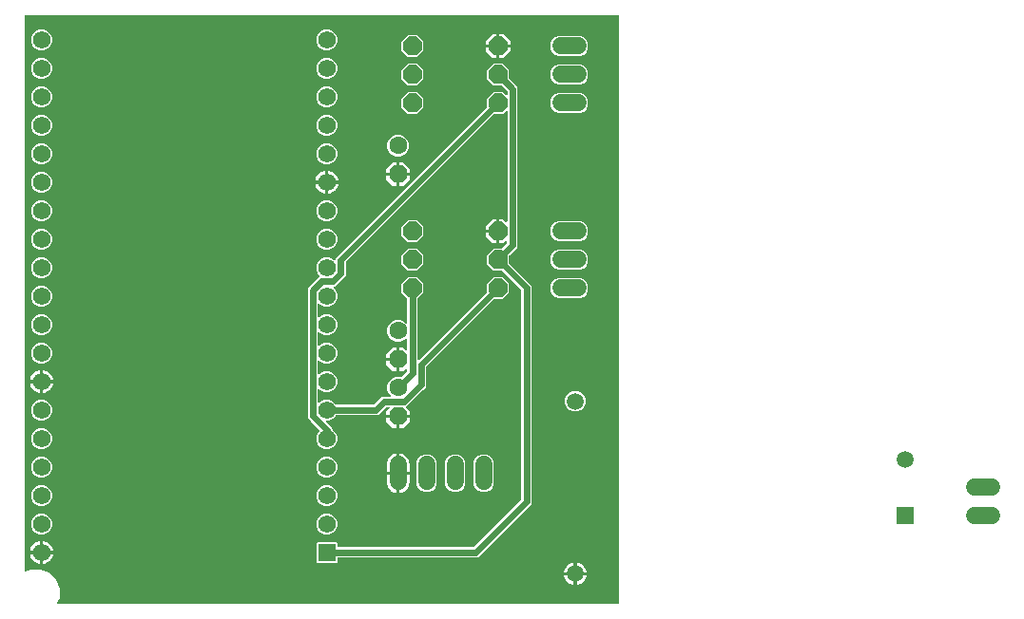
<source format=gbr>
G04 EAGLE Gerber RS-274X export*
G75*
%MOMM*%
%FSLAX34Y34*%
%LPD*%
%INBottom Copper*%
%IPPOS*%
%AMOC8*
5,1,8,0,0,1.08239X$1,22.5*%
G01*
%ADD10C,1.600200*%
%ADD11P,1.732040X8X292.500000*%
%ADD12R,1.508000X1.508000*%
%ADD13C,1.508000*%
%ADD14P,1.814519X8X22.500000*%
%ADD15P,1.814519X8X202.500000*%
%ADD16C,1.524000*%
%ADD17R,1.560000X1.560000*%
%ADD18C,1.560000*%
%ADD19C,0.609600*%

G36*
X538500Y10164D02*
X538500Y10164D01*
X538519Y10162D01*
X538621Y10184D01*
X538723Y10200D01*
X538740Y10210D01*
X538760Y10214D01*
X538849Y10267D01*
X538940Y10316D01*
X538954Y10330D01*
X538971Y10340D01*
X539038Y10419D01*
X539110Y10494D01*
X539118Y10512D01*
X539131Y10527D01*
X539170Y10623D01*
X539213Y10717D01*
X539215Y10737D01*
X539223Y10755D01*
X539241Y10922D01*
X539241Y535078D01*
X539238Y535098D01*
X539240Y535117D01*
X539218Y535219D01*
X539202Y535321D01*
X539192Y535338D01*
X539188Y535358D01*
X539135Y535447D01*
X539086Y535538D01*
X539072Y535552D01*
X539062Y535569D01*
X538983Y535636D01*
X538908Y535708D01*
X538890Y535716D01*
X538875Y535729D01*
X538779Y535768D01*
X538685Y535811D01*
X538665Y535813D01*
X538647Y535821D01*
X538480Y535839D01*
X10922Y535839D01*
X10902Y535836D01*
X10883Y535838D01*
X10781Y535816D01*
X10679Y535800D01*
X10662Y535790D01*
X10642Y535786D01*
X10553Y535733D01*
X10462Y535684D01*
X10448Y535670D01*
X10431Y535660D01*
X10364Y535581D01*
X10292Y535506D01*
X10284Y535488D01*
X10271Y535473D01*
X10232Y535377D01*
X10189Y535283D01*
X10187Y535263D01*
X10179Y535245D01*
X10161Y535078D01*
X10161Y40239D01*
X10168Y40193D01*
X10166Y40147D01*
X10188Y40072D01*
X10200Y39996D01*
X10222Y39955D01*
X10235Y39911D01*
X10279Y39847D01*
X10316Y39778D01*
X10349Y39747D01*
X10375Y39709D01*
X10438Y39663D01*
X10494Y39609D01*
X10536Y39590D01*
X10572Y39562D01*
X10646Y39538D01*
X10717Y39505D01*
X10763Y39500D01*
X10806Y39486D01*
X10884Y39487D01*
X10961Y39478D01*
X11006Y39488D01*
X11052Y39488D01*
X11184Y39527D01*
X11202Y39531D01*
X11206Y39533D01*
X11213Y39535D01*
X15741Y41411D01*
X24259Y41411D01*
X32128Y38151D01*
X38151Y32128D01*
X41411Y24259D01*
X41411Y15741D01*
X39535Y11213D01*
X39525Y11169D01*
X39505Y11127D01*
X39497Y11050D01*
X39479Y10974D01*
X39483Y10928D01*
X39478Y10883D01*
X39495Y10806D01*
X39502Y10729D01*
X39521Y10687D01*
X39531Y10642D01*
X39571Y10575D01*
X39602Y10504D01*
X39633Y10470D01*
X39657Y10431D01*
X39716Y10380D01*
X39769Y10323D01*
X39809Y10301D01*
X39844Y10271D01*
X39916Y10242D01*
X39984Y10205D01*
X40029Y10196D01*
X40072Y10179D01*
X40208Y10164D01*
X40226Y10161D01*
X40231Y10162D01*
X40239Y10161D01*
X538480Y10161D01*
X538500Y10164D01*
G37*
%LPC*%
G36*
X270968Y47075D02*
X270968Y47075D01*
X270075Y47968D01*
X270075Y64832D01*
X270968Y65725D01*
X287832Y65725D01*
X288725Y64832D01*
X288725Y61734D01*
X288728Y61714D01*
X288726Y61695D01*
X288748Y61593D01*
X288764Y61491D01*
X288774Y61474D01*
X288778Y61454D01*
X288831Y61365D01*
X288880Y61274D01*
X288894Y61260D01*
X288904Y61243D01*
X288983Y61176D01*
X289058Y61104D01*
X289076Y61096D01*
X289091Y61083D01*
X289187Y61044D01*
X289281Y61001D01*
X289301Y60999D01*
X289319Y60991D01*
X289486Y60973D01*
X409791Y60973D01*
X409881Y60987D01*
X409972Y60995D01*
X410001Y61007D01*
X410033Y61012D01*
X410114Y61055D01*
X410198Y61091D01*
X410230Y61117D01*
X410251Y61128D01*
X410273Y61151D01*
X410329Y61196D01*
X452404Y103271D01*
X452448Y103333D01*
X452481Y103366D01*
X452486Y103379D01*
X452517Y103415D01*
X452529Y103445D01*
X452548Y103471D01*
X452575Y103558D01*
X452609Y103643D01*
X452613Y103684D01*
X452620Y103706D01*
X452619Y103738D01*
X452627Y103809D01*
X452627Y289891D01*
X452613Y289981D01*
X452605Y290072D01*
X452593Y290101D01*
X452588Y290133D01*
X452545Y290214D01*
X452509Y290298D01*
X452483Y290330D01*
X452472Y290351D01*
X452449Y290373D01*
X452404Y290429D01*
X435463Y307370D01*
X435389Y307423D01*
X435319Y307483D01*
X435289Y307495D01*
X435263Y307514D01*
X435176Y307541D01*
X435091Y307575D01*
X435050Y307579D01*
X435028Y307586D01*
X434996Y307585D01*
X434925Y307593D01*
X427696Y307593D01*
X421893Y313396D01*
X421893Y321604D01*
X427696Y327407D01*
X434925Y327407D01*
X435015Y327421D01*
X435106Y327429D01*
X435135Y327441D01*
X435167Y327446D01*
X435248Y327489D01*
X435332Y327525D01*
X435364Y327551D01*
X435385Y327562D01*
X435407Y327585D01*
X435463Y327630D01*
X439704Y331871D01*
X439757Y331945D01*
X439817Y332015D01*
X439829Y332045D01*
X439848Y332071D01*
X439875Y332158D01*
X439909Y332243D01*
X439913Y332284D01*
X439920Y332306D01*
X439919Y332338D01*
X439927Y332409D01*
X439927Y333742D01*
X439916Y333813D01*
X439914Y333885D01*
X439896Y333934D01*
X439888Y333985D01*
X439854Y334048D01*
X439829Y334116D01*
X439797Y334156D01*
X439772Y334203D01*
X439720Y334252D01*
X439676Y334308D01*
X439632Y334336D01*
X439594Y334372D01*
X439529Y334402D01*
X439469Y334441D01*
X439418Y334454D01*
X439371Y334476D01*
X439300Y334483D01*
X439230Y334501D01*
X439178Y334497D01*
X439127Y334503D01*
X439056Y334487D01*
X438985Y334482D01*
X438937Y334461D01*
X438886Y334450D01*
X438825Y334414D01*
X438759Y334385D01*
X438703Y334341D01*
X438675Y334324D01*
X438660Y334306D01*
X438628Y334281D01*
X436324Y331977D01*
X433323Y331977D01*
X433323Y342138D01*
X433320Y342158D01*
X433322Y342177D01*
X433300Y342279D01*
X433283Y342381D01*
X433274Y342398D01*
X433270Y342418D01*
X433217Y342507D01*
X433168Y342598D01*
X433154Y342612D01*
X433144Y342629D01*
X433065Y342696D01*
X432990Y342767D01*
X432972Y342776D01*
X432957Y342789D01*
X432861Y342827D01*
X432767Y342871D01*
X432747Y342873D01*
X432729Y342881D01*
X432562Y342899D01*
X431799Y342899D01*
X431799Y342901D01*
X432562Y342901D01*
X432582Y342904D01*
X432601Y342902D01*
X432703Y342924D01*
X432805Y342941D01*
X432822Y342950D01*
X432842Y342954D01*
X432931Y343007D01*
X433022Y343056D01*
X433036Y343070D01*
X433053Y343080D01*
X433120Y343159D01*
X433191Y343234D01*
X433200Y343252D01*
X433213Y343267D01*
X433252Y343363D01*
X433295Y343457D01*
X433297Y343477D01*
X433305Y343495D01*
X433323Y343662D01*
X433323Y353823D01*
X436324Y353823D01*
X438882Y351265D01*
X438940Y351223D01*
X438992Y351174D01*
X439039Y351152D01*
X439081Y351122D01*
X439150Y351101D01*
X439215Y351070D01*
X439267Y351065D01*
X439317Y351049D01*
X439388Y351051D01*
X439459Y351043D01*
X439510Y351054D01*
X439562Y351056D01*
X439630Y351080D01*
X439700Y351096D01*
X439745Y351122D01*
X439793Y351140D01*
X439849Y351185D01*
X439911Y351222D01*
X439945Y351261D01*
X439985Y351294D01*
X440024Y351354D01*
X440071Y351409D01*
X440090Y351457D01*
X440118Y351501D01*
X440136Y351570D01*
X440163Y351637D01*
X440171Y351708D01*
X440179Y351739D01*
X440177Y351763D01*
X440181Y351804D01*
X440181Y449733D01*
X440170Y449804D01*
X440168Y449876D01*
X440150Y449925D01*
X440142Y449976D01*
X440108Y450039D01*
X440083Y450107D01*
X440051Y450147D01*
X440026Y450193D01*
X439974Y450243D01*
X439930Y450299D01*
X439886Y450327D01*
X439848Y450363D01*
X439783Y450393D01*
X439723Y450432D01*
X439672Y450444D01*
X439625Y450466D01*
X439554Y450474D01*
X439484Y450492D01*
X439432Y450488D01*
X439381Y450493D01*
X439310Y450478D01*
X439239Y450473D01*
X439191Y450452D01*
X439140Y450441D01*
X439079Y450404D01*
X439013Y450376D01*
X438957Y450332D01*
X438929Y450315D01*
X438914Y450297D01*
X438882Y450272D01*
X435904Y447293D01*
X428675Y447293D01*
X428585Y447279D01*
X428494Y447271D01*
X428465Y447259D01*
X428433Y447254D01*
X428352Y447211D01*
X428268Y447175D01*
X428236Y447149D01*
X428215Y447138D01*
X428193Y447115D01*
X428137Y447070D01*
X296568Y315501D01*
X296515Y315427D01*
X296455Y315357D01*
X296443Y315327D01*
X296424Y315301D01*
X296397Y315214D01*
X296363Y315129D01*
X296359Y315088D01*
X296352Y315066D01*
X296353Y315034D01*
X296345Y314963D01*
X296345Y303381D01*
X286419Y293455D01*
X285970Y293455D01*
X285899Y293444D01*
X285827Y293442D01*
X285778Y293424D01*
X285727Y293416D01*
X285664Y293382D01*
X285596Y293357D01*
X285556Y293325D01*
X285510Y293300D01*
X285460Y293248D01*
X285404Y293204D01*
X285376Y293160D01*
X285340Y293122D01*
X285310Y293057D01*
X285271Y292997D01*
X285259Y292946D01*
X285237Y292899D01*
X285229Y292828D01*
X285211Y292758D01*
X285215Y292706D01*
X285209Y292655D01*
X285225Y292584D01*
X285230Y292513D01*
X285251Y292465D01*
X285262Y292414D01*
X285299Y292353D01*
X285327Y292287D01*
X285371Y292231D01*
X285388Y292203D01*
X285406Y292188D01*
X285431Y292156D01*
X287305Y290282D01*
X288725Y286855D01*
X288725Y283145D01*
X287305Y279718D01*
X284682Y277095D01*
X281255Y275675D01*
X277545Y275675D01*
X274118Y277095D01*
X272900Y278313D01*
X272842Y278354D01*
X272790Y278404D01*
X272743Y278426D01*
X272701Y278456D01*
X272632Y278477D01*
X272567Y278507D01*
X272515Y278513D01*
X272465Y278528D01*
X272394Y278527D01*
X272323Y278535D01*
X272272Y278523D01*
X272220Y278522D01*
X272152Y278497D01*
X272082Y278482D01*
X272037Y278456D01*
X271989Y278438D01*
X271933Y278393D01*
X271871Y278356D01*
X271837Y278317D01*
X271797Y278284D01*
X271758Y278224D01*
X271711Y278169D01*
X271692Y278121D01*
X271664Y278077D01*
X271646Y278008D01*
X271619Y277941D01*
X271611Y277870D01*
X271603Y277839D01*
X271605Y277815D01*
X271601Y277774D01*
X271601Y266826D01*
X271612Y266755D01*
X271614Y266683D01*
X271632Y266634D01*
X271640Y266583D01*
X271674Y266520D01*
X271699Y266452D01*
X271731Y266412D01*
X271756Y266366D01*
X271808Y266316D01*
X271852Y266260D01*
X271896Y266232D01*
X271934Y266196D01*
X271999Y266166D01*
X272059Y266127D01*
X272110Y266115D01*
X272157Y266093D01*
X272228Y266085D01*
X272298Y266067D01*
X272350Y266071D01*
X272401Y266065D01*
X272472Y266081D01*
X272543Y266086D01*
X272591Y266107D01*
X272642Y266118D01*
X272703Y266155D01*
X272769Y266183D01*
X272825Y266227D01*
X272853Y266244D01*
X272868Y266262D01*
X272900Y266287D01*
X274118Y267505D01*
X277545Y268925D01*
X281255Y268925D01*
X284682Y267505D01*
X287305Y264882D01*
X288725Y261455D01*
X288725Y257745D01*
X287305Y254318D01*
X284682Y251695D01*
X281255Y250275D01*
X277545Y250275D01*
X274118Y251695D01*
X272900Y252913D01*
X272842Y252954D01*
X272790Y253004D01*
X272743Y253026D01*
X272701Y253056D01*
X272632Y253077D01*
X272567Y253107D01*
X272515Y253113D01*
X272465Y253128D01*
X272394Y253127D01*
X272323Y253135D01*
X272272Y253123D01*
X272220Y253122D01*
X272152Y253097D01*
X272082Y253082D01*
X272037Y253056D01*
X271989Y253038D01*
X271933Y252993D01*
X271871Y252956D01*
X271837Y252917D01*
X271797Y252884D01*
X271758Y252824D01*
X271711Y252769D01*
X271692Y252721D01*
X271664Y252677D01*
X271646Y252608D01*
X271619Y252541D01*
X271611Y252470D01*
X271603Y252439D01*
X271605Y252415D01*
X271601Y252374D01*
X271601Y241426D01*
X271612Y241355D01*
X271614Y241283D01*
X271632Y241234D01*
X271640Y241183D01*
X271674Y241120D01*
X271699Y241052D01*
X271731Y241012D01*
X271756Y240966D01*
X271808Y240916D01*
X271852Y240860D01*
X271896Y240832D01*
X271934Y240796D01*
X271999Y240766D01*
X272059Y240727D01*
X272110Y240715D01*
X272157Y240693D01*
X272228Y240685D01*
X272298Y240667D01*
X272350Y240671D01*
X272401Y240665D01*
X272472Y240681D01*
X272543Y240686D01*
X272591Y240707D01*
X272642Y240718D01*
X272703Y240755D01*
X272769Y240783D01*
X272825Y240827D01*
X272853Y240844D01*
X272868Y240862D01*
X272900Y240887D01*
X274118Y242105D01*
X277545Y243525D01*
X281255Y243525D01*
X284682Y242105D01*
X287305Y239482D01*
X288725Y236055D01*
X288725Y232345D01*
X287305Y228918D01*
X284682Y226295D01*
X281255Y224875D01*
X277545Y224875D01*
X274118Y226295D01*
X272900Y227513D01*
X272842Y227554D01*
X272790Y227604D01*
X272743Y227626D01*
X272701Y227656D01*
X272632Y227677D01*
X272567Y227707D01*
X272515Y227713D01*
X272465Y227728D01*
X272394Y227727D01*
X272323Y227735D01*
X272272Y227723D01*
X272220Y227722D01*
X272152Y227697D01*
X272082Y227682D01*
X272037Y227656D01*
X271989Y227638D01*
X271933Y227593D01*
X271871Y227556D01*
X271837Y227517D01*
X271797Y227484D01*
X271758Y227424D01*
X271711Y227369D01*
X271692Y227321D01*
X271664Y227277D01*
X271646Y227208D01*
X271619Y227141D01*
X271611Y227070D01*
X271603Y227039D01*
X271605Y227015D01*
X271601Y226974D01*
X271601Y216026D01*
X271612Y215955D01*
X271614Y215883D01*
X271632Y215834D01*
X271640Y215783D01*
X271674Y215720D01*
X271699Y215652D01*
X271731Y215612D01*
X271756Y215566D01*
X271808Y215516D01*
X271852Y215460D01*
X271896Y215432D01*
X271934Y215396D01*
X271999Y215366D01*
X272059Y215327D01*
X272110Y215315D01*
X272157Y215293D01*
X272228Y215285D01*
X272298Y215267D01*
X272350Y215271D01*
X272401Y215265D01*
X272472Y215281D01*
X272543Y215286D01*
X272591Y215307D01*
X272642Y215318D01*
X272703Y215355D01*
X272769Y215383D01*
X272825Y215427D01*
X272853Y215444D01*
X272868Y215462D01*
X272900Y215487D01*
X274118Y216705D01*
X277545Y218125D01*
X281255Y218125D01*
X284682Y216705D01*
X287305Y214082D01*
X288725Y210655D01*
X288725Y206945D01*
X287305Y203518D01*
X284682Y200895D01*
X281255Y199475D01*
X277545Y199475D01*
X274118Y200895D01*
X272900Y202113D01*
X272842Y202154D01*
X272790Y202204D01*
X272743Y202226D01*
X272701Y202256D01*
X272632Y202277D01*
X272567Y202307D01*
X272515Y202313D01*
X272465Y202328D01*
X272394Y202327D01*
X272323Y202335D01*
X272272Y202323D01*
X272220Y202322D01*
X272152Y202297D01*
X272082Y202282D01*
X272037Y202256D01*
X271989Y202238D01*
X271933Y202193D01*
X271871Y202156D01*
X271837Y202117D01*
X271797Y202084D01*
X271758Y202024D01*
X271711Y201969D01*
X271692Y201921D01*
X271664Y201877D01*
X271646Y201808D01*
X271619Y201741D01*
X271611Y201670D01*
X271603Y201639D01*
X271605Y201615D01*
X271601Y201574D01*
X271601Y190626D01*
X271612Y190555D01*
X271614Y190483D01*
X271632Y190434D01*
X271640Y190383D01*
X271674Y190320D01*
X271699Y190252D01*
X271731Y190212D01*
X271756Y190166D01*
X271808Y190116D01*
X271852Y190060D01*
X271896Y190032D01*
X271934Y189996D01*
X271999Y189966D01*
X272059Y189927D01*
X272110Y189915D01*
X272157Y189893D01*
X272228Y189885D01*
X272298Y189867D01*
X272350Y189871D01*
X272401Y189865D01*
X272472Y189881D01*
X272543Y189886D01*
X272591Y189907D01*
X272642Y189918D01*
X272703Y189955D01*
X272769Y189983D01*
X272825Y190027D01*
X272853Y190044D01*
X272868Y190062D01*
X272900Y190087D01*
X274118Y191305D01*
X277545Y192725D01*
X281255Y192725D01*
X284682Y191305D01*
X287305Y188682D01*
X287404Y188443D01*
X287466Y188343D01*
X287526Y188243D01*
X287531Y188239D01*
X287534Y188234D01*
X287624Y188159D01*
X287713Y188083D01*
X287719Y188081D01*
X287723Y188077D01*
X287832Y188035D01*
X287941Y187991D01*
X287948Y187990D01*
X287953Y187989D01*
X287971Y187988D01*
X288108Y187973D01*
X320891Y187973D01*
X320981Y187987D01*
X321072Y187995D01*
X321101Y188007D01*
X321133Y188012D01*
X321214Y188055D01*
X321298Y188091D01*
X321330Y188117D01*
X321351Y188128D01*
X321373Y188151D01*
X321429Y188196D01*
X328433Y195200D01*
X335591Y195200D01*
X335662Y195211D01*
X335733Y195213D01*
X335782Y195231D01*
X335834Y195239D01*
X335897Y195273D01*
X335964Y195298D01*
X336005Y195330D01*
X336051Y195355D01*
X336101Y195407D01*
X336157Y195451D01*
X336185Y195495D01*
X336221Y195533D01*
X336251Y195598D01*
X336290Y195658D01*
X336302Y195709D01*
X336324Y195756D01*
X336332Y195827D01*
X336350Y195897D01*
X336346Y195949D01*
X336351Y196000D01*
X336336Y196071D01*
X336330Y196142D01*
X336310Y196190D01*
X336299Y196241D01*
X336262Y196302D01*
X336234Y196368D01*
X336189Y196424D01*
X336173Y196452D01*
X336155Y196467D01*
X336129Y196499D01*
X334824Y197804D01*
X333374Y201305D01*
X333374Y205095D01*
X334824Y208596D01*
X337504Y211276D01*
X341005Y212726D01*
X344795Y212726D01*
X345148Y212579D01*
X345262Y212553D01*
X345375Y212524D01*
X345381Y212525D01*
X345387Y212523D01*
X345504Y212534D01*
X345620Y212543D01*
X345626Y212546D01*
X345632Y212546D01*
X345740Y212594D01*
X345847Y212640D01*
X345852Y212644D01*
X345857Y212646D01*
X345871Y212659D01*
X345978Y212744D01*
X350804Y217571D01*
X350857Y217645D01*
X350917Y217715D01*
X350929Y217745D01*
X350948Y217771D01*
X350975Y217858D01*
X351009Y217943D01*
X351013Y217984D01*
X351020Y218006D01*
X351019Y218038D01*
X351027Y218109D01*
X351027Y219981D01*
X351016Y220052D01*
X351014Y220124D01*
X350996Y220173D01*
X350988Y220224D01*
X350954Y220287D01*
X350929Y220355D01*
X350897Y220395D01*
X350872Y220441D01*
X350820Y220491D01*
X350776Y220547D01*
X350732Y220575D01*
X350694Y220611D01*
X350629Y220641D01*
X350569Y220680D01*
X350518Y220692D01*
X350471Y220714D01*
X350400Y220722D01*
X350330Y220740D01*
X350278Y220736D01*
X350227Y220741D01*
X350156Y220726D01*
X350085Y220721D01*
X350037Y220700D01*
X349986Y220689D01*
X349925Y220652D01*
X349859Y220624D01*
X349803Y220580D01*
X349775Y220563D01*
X349760Y220545D01*
X349728Y220520D01*
X347267Y218058D01*
X344423Y218058D01*
X344423Y227838D01*
X344420Y227858D01*
X344422Y227877D01*
X344400Y227979D01*
X344383Y228081D01*
X344374Y228098D01*
X344370Y228118D01*
X344317Y228207D01*
X344268Y228298D01*
X344254Y228312D01*
X344244Y228329D01*
X344165Y228396D01*
X344090Y228467D01*
X344072Y228476D01*
X344057Y228489D01*
X343961Y228527D01*
X343867Y228571D01*
X343847Y228573D01*
X343829Y228581D01*
X343662Y228599D01*
X342899Y228599D01*
X342899Y228601D01*
X343662Y228601D01*
X343682Y228604D01*
X343701Y228602D01*
X343803Y228624D01*
X343905Y228641D01*
X343922Y228650D01*
X343942Y228654D01*
X344031Y228707D01*
X344122Y228756D01*
X344136Y228770D01*
X344153Y228780D01*
X344220Y228859D01*
X344291Y228934D01*
X344300Y228952D01*
X344313Y228967D01*
X344352Y229063D01*
X344395Y229157D01*
X344397Y229177D01*
X344405Y229195D01*
X344423Y229362D01*
X344423Y239142D01*
X347267Y239142D01*
X349728Y236680D01*
X349786Y236639D01*
X349838Y236589D01*
X349885Y236567D01*
X349927Y236537D01*
X349996Y236516D01*
X350061Y236486D01*
X350113Y236480D01*
X350163Y236465D01*
X350234Y236466D01*
X350305Y236459D01*
X350356Y236470D01*
X350408Y236471D01*
X350476Y236496D01*
X350546Y236511D01*
X350591Y236538D01*
X350639Y236555D01*
X350695Y236600D01*
X350757Y236637D01*
X350791Y236677D01*
X350831Y236709D01*
X350870Y236769D01*
X350917Y236824D01*
X350936Y236872D01*
X350964Y236916D01*
X350982Y236985D01*
X351009Y237052D01*
X351017Y237123D01*
X351025Y237155D01*
X351023Y237178D01*
X351027Y237219D01*
X351027Y246818D01*
X351016Y246889D01*
X351014Y246960D01*
X350996Y247009D01*
X350988Y247061D01*
X350954Y247124D01*
X350929Y247191D01*
X350897Y247232D01*
X350872Y247278D01*
X350820Y247328D01*
X350776Y247384D01*
X350732Y247412D01*
X350694Y247448D01*
X350629Y247478D01*
X350569Y247517D01*
X350518Y247529D01*
X350471Y247551D01*
X350400Y247559D01*
X350330Y247577D01*
X350278Y247573D01*
X350227Y247578D01*
X350156Y247563D01*
X350085Y247557D01*
X350037Y247537D01*
X349986Y247526D01*
X349925Y247489D01*
X349859Y247461D01*
X349803Y247416D01*
X349775Y247400D01*
X349760Y247382D01*
X349728Y247356D01*
X348296Y245924D01*
X344795Y244474D01*
X341005Y244474D01*
X337504Y245924D01*
X334824Y248604D01*
X333374Y252105D01*
X333374Y255895D01*
X334824Y259396D01*
X337504Y262076D01*
X341005Y263526D01*
X344795Y263526D01*
X348296Y262076D01*
X349728Y260644D01*
X349786Y260602D01*
X349838Y260552D01*
X349885Y260531D01*
X349927Y260500D01*
X349996Y260479D01*
X350061Y260449D01*
X350113Y260443D01*
X350163Y260428D01*
X350234Y260430D01*
X350305Y260422D01*
X350356Y260433D01*
X350408Y260434D01*
X350476Y260459D01*
X350546Y260474D01*
X350591Y260501D01*
X350639Y260519D01*
X350695Y260563D01*
X350757Y260600D01*
X350791Y260640D01*
X350831Y260672D01*
X350870Y260733D01*
X350917Y260787D01*
X350936Y260835D01*
X350964Y260879D01*
X350982Y260949D01*
X351009Y261015D01*
X351017Y261087D01*
X351025Y261118D01*
X351023Y261141D01*
X351027Y261182D01*
X351027Y282347D01*
X351013Y282437D01*
X351005Y282528D01*
X350993Y282558D01*
X350988Y282590D01*
X350945Y282671D01*
X350909Y282754D01*
X350883Y282787D01*
X350872Y282807D01*
X350849Y282829D01*
X350804Y282885D01*
X345693Y287996D01*
X345693Y296204D01*
X351496Y302007D01*
X359704Y302007D01*
X365507Y296204D01*
X365507Y287996D01*
X360396Y282885D01*
X360343Y282812D01*
X360283Y282742D01*
X360271Y282712D01*
X360252Y282686D01*
X360225Y282599D01*
X360191Y282514D01*
X360187Y282473D01*
X360180Y282451D01*
X360181Y282418D01*
X360173Y282347D01*
X360173Y228777D01*
X360184Y228707D01*
X360186Y228635D01*
X360204Y228586D01*
X360212Y228535D01*
X360246Y228471D01*
X360271Y228404D01*
X360303Y228363D01*
X360328Y228317D01*
X360380Y228268D01*
X360424Y228212D01*
X360468Y228184D01*
X360506Y228148D01*
X360571Y228118D01*
X360631Y228079D01*
X360682Y228066D01*
X360729Y228044D01*
X360800Y228036D01*
X360870Y228019D01*
X360922Y228023D01*
X360973Y228017D01*
X361044Y228032D01*
X361115Y228038D01*
X361163Y228058D01*
X361214Y228069D01*
X361275Y228106D01*
X361341Y228134D01*
X361397Y228179D01*
X361425Y228196D01*
X361440Y228213D01*
X361472Y228239D01*
X361549Y228316D01*
X421670Y288437D01*
X421723Y288511D01*
X421783Y288581D01*
X421795Y288611D01*
X421814Y288637D01*
X421841Y288724D01*
X421875Y288809D01*
X421879Y288850D01*
X421886Y288872D01*
X421885Y288904D01*
X421893Y288975D01*
X421893Y296204D01*
X427696Y302007D01*
X435904Y302007D01*
X441707Y296204D01*
X441707Y287996D01*
X435904Y282193D01*
X428675Y282193D01*
X428585Y282179D01*
X428494Y282171D01*
X428465Y282159D01*
X428433Y282154D01*
X428352Y282111D01*
X428268Y282075D01*
X428236Y282049D01*
X428215Y282038D01*
X428193Y282015D01*
X428137Y281970D01*
X368016Y221849D01*
X367963Y221775D01*
X367903Y221705D01*
X367891Y221675D01*
X367872Y221649D01*
X367845Y221562D01*
X367811Y221477D01*
X367807Y221436D01*
X367800Y221414D01*
X367801Y221382D01*
X367793Y221311D01*
X367793Y203845D01*
X364891Y200943D01*
X350316Y186369D01*
X350305Y186352D01*
X350289Y186340D01*
X350233Y186253D01*
X350173Y186169D01*
X350167Y186150D01*
X350156Y186133D01*
X350131Y186032D01*
X350100Y185934D01*
X350101Y185914D01*
X350096Y185894D01*
X350104Y185791D01*
X350107Y185688D01*
X350114Y185669D01*
X350115Y185649D01*
X350156Y185554D01*
X350191Y185457D01*
X350204Y185441D01*
X350211Y185423D01*
X350316Y185292D01*
X353442Y182167D01*
X353442Y179323D01*
X343662Y179323D01*
X343642Y179320D01*
X343623Y179322D01*
X343521Y179300D01*
X343419Y179283D01*
X343402Y179274D01*
X343382Y179270D01*
X343293Y179217D01*
X343202Y179168D01*
X343188Y179154D01*
X343171Y179144D01*
X343104Y179065D01*
X343033Y178990D01*
X343024Y178972D01*
X343011Y178957D01*
X342973Y178861D01*
X342929Y178767D01*
X342927Y178747D01*
X342919Y178729D01*
X342901Y178562D01*
X342901Y177799D01*
X342899Y177799D01*
X342899Y178562D01*
X342896Y178582D01*
X342898Y178601D01*
X342876Y178703D01*
X342859Y178805D01*
X342850Y178822D01*
X342846Y178842D01*
X342793Y178931D01*
X342744Y179022D01*
X342730Y179036D01*
X342720Y179053D01*
X342641Y179120D01*
X342566Y179191D01*
X342548Y179200D01*
X342533Y179213D01*
X342437Y179252D01*
X342343Y179295D01*
X342323Y179297D01*
X342305Y179305D01*
X342138Y179323D01*
X332358Y179323D01*
X332358Y182167D01*
X334947Y184755D01*
X334988Y184813D01*
X335038Y184865D01*
X335060Y184912D01*
X335090Y184954D01*
X335111Y185023D01*
X335141Y185088D01*
X335147Y185140D01*
X335162Y185190D01*
X335161Y185261D01*
X335168Y185332D01*
X335157Y185383D01*
X335156Y185435D01*
X335131Y185503D01*
X335116Y185573D01*
X335089Y185618D01*
X335072Y185666D01*
X335027Y185722D01*
X334990Y185784D01*
X334950Y185818D01*
X334918Y185858D01*
X334858Y185897D01*
X334803Y185944D01*
X334755Y185963D01*
X334711Y185991D01*
X334642Y186009D01*
X334575Y186036D01*
X334504Y186044D01*
X334472Y186052D01*
X334449Y186050D01*
X334408Y186054D01*
X332536Y186054D01*
X332446Y186040D01*
X332355Y186032D01*
X332326Y186020D01*
X332294Y186015D01*
X332213Y185972D01*
X332129Y185936D01*
X332097Y185910D01*
X332076Y185899D01*
X332054Y185876D01*
X331998Y185831D01*
X324994Y178827D01*
X288108Y178827D01*
X287993Y178808D01*
X287877Y178791D01*
X287871Y178789D01*
X287865Y178788D01*
X287763Y178733D01*
X287657Y178680D01*
X287653Y178675D01*
X287647Y178672D01*
X287567Y178588D01*
X287485Y178504D01*
X287482Y178498D01*
X287478Y178494D01*
X287470Y178477D01*
X287404Y178357D01*
X287305Y178118D01*
X284682Y175495D01*
X281255Y174075D01*
X279533Y174075D01*
X279462Y174064D01*
X279390Y174062D01*
X279341Y174044D01*
X279290Y174036D01*
X279227Y174002D01*
X279159Y173977D01*
X279119Y173945D01*
X279073Y173920D01*
X279023Y173868D01*
X278967Y173824D01*
X278939Y173780D01*
X278903Y173742D01*
X278873Y173677D01*
X278834Y173617D01*
X278821Y173566D01*
X278800Y173519D01*
X278792Y173448D01*
X278774Y173378D01*
X278778Y173326D01*
X278772Y173275D01*
X278788Y173204D01*
X278793Y173133D01*
X278814Y173085D01*
X278825Y173034D01*
X278862Y172973D01*
X278890Y172907D01*
X278934Y172851D01*
X278951Y172823D01*
X278969Y172808D01*
X278994Y172776D01*
X283973Y167797D01*
X283973Y166708D01*
X283992Y166593D01*
X284009Y166477D01*
X284011Y166471D01*
X284012Y166465D01*
X284067Y166363D01*
X284120Y166257D01*
X284125Y166253D01*
X284128Y166247D01*
X284212Y166167D01*
X284296Y166085D01*
X284302Y166082D01*
X284306Y166078D01*
X284323Y166070D01*
X284443Y166004D01*
X284682Y165905D01*
X287305Y163282D01*
X288725Y159855D01*
X288725Y156145D01*
X287305Y152718D01*
X284682Y150095D01*
X281255Y148675D01*
X277545Y148675D01*
X274118Y150095D01*
X271495Y152718D01*
X270075Y156145D01*
X270075Y159855D01*
X271495Y163282D01*
X272986Y164774D01*
X272998Y164790D01*
X273014Y164802D01*
X273070Y164889D01*
X273130Y164973D01*
X273136Y164992D01*
X273147Y165009D01*
X273172Y165110D01*
X273202Y165208D01*
X273202Y165228D01*
X273207Y165248D01*
X273199Y165351D01*
X273196Y165454D01*
X273189Y165473D01*
X273188Y165493D01*
X273147Y165588D01*
X273111Y165685D01*
X273099Y165701D01*
X273091Y165719D01*
X272986Y165850D01*
X265357Y173480D01*
X262455Y176381D01*
X262455Y292019D01*
X270136Y299699D01*
X272986Y302550D01*
X272998Y302566D01*
X273014Y302579D01*
X273070Y302666D01*
X273130Y302750D01*
X273136Y302769D01*
X273147Y302785D01*
X273172Y302886D01*
X273202Y302985D01*
X273202Y303005D01*
X273207Y303024D01*
X273199Y303127D01*
X273196Y303231D01*
X273189Y303249D01*
X273188Y303269D01*
X273147Y303364D01*
X273111Y303462D01*
X273099Y303477D01*
X273091Y303496D01*
X272986Y303626D01*
X271495Y305118D01*
X270075Y308545D01*
X270075Y312255D01*
X271495Y315682D01*
X274118Y318305D01*
X277545Y319725D01*
X281255Y319725D01*
X284682Y318305D01*
X285900Y317087D01*
X285958Y317046D01*
X286010Y316996D01*
X286057Y316974D01*
X286099Y316944D01*
X286168Y316923D01*
X286233Y316893D01*
X286285Y316887D01*
X286335Y316872D01*
X286406Y316873D01*
X286477Y316865D01*
X286528Y316877D01*
X286580Y316878D01*
X286648Y316903D01*
X286718Y316918D01*
X286763Y316944D01*
X286811Y316962D01*
X286867Y317007D01*
X286929Y317044D01*
X286963Y317083D01*
X287003Y317116D01*
X287042Y317176D01*
X287089Y317231D01*
X287108Y317279D01*
X287136Y317323D01*
X287154Y317392D01*
X287181Y317459D01*
X287189Y317530D01*
X287197Y317561D01*
X287195Y317585D01*
X287199Y317626D01*
X287199Y319066D01*
X421670Y453537D01*
X421723Y453611D01*
X421783Y453681D01*
X421795Y453711D01*
X421814Y453737D01*
X421841Y453824D01*
X421875Y453909D01*
X421879Y453950D01*
X421886Y453972D01*
X421885Y454004D01*
X421893Y454075D01*
X421893Y461304D01*
X427696Y467107D01*
X435904Y467107D01*
X438882Y464128D01*
X438940Y464087D01*
X438992Y464037D01*
X439039Y464015D01*
X439081Y463985D01*
X439150Y463964D01*
X439215Y463934D01*
X439267Y463928D01*
X439317Y463913D01*
X439388Y463914D01*
X439459Y463907D01*
X439510Y463918D01*
X439562Y463919D01*
X439630Y463944D01*
X439700Y463959D01*
X439745Y463986D01*
X439793Y464003D01*
X439849Y464048D01*
X439911Y464085D01*
X439945Y464125D01*
X439985Y464157D01*
X440024Y464217D01*
X440071Y464272D01*
X440090Y464320D01*
X440118Y464364D01*
X440136Y464433D01*
X440163Y464500D01*
X440171Y464571D01*
X440179Y464603D01*
X440177Y464626D01*
X440181Y464667D01*
X440181Y467437D01*
X440167Y467527D01*
X440159Y467618D01*
X440147Y467647D01*
X440142Y467679D01*
X440099Y467760D01*
X440063Y467844D01*
X440037Y467876D01*
X440026Y467897D01*
X440003Y467919D01*
X439958Y467975D01*
X435463Y472470D01*
X435389Y472523D01*
X435319Y472583D01*
X435289Y472595D01*
X435263Y472614D01*
X435176Y472641D01*
X435091Y472675D01*
X435050Y472679D01*
X435028Y472686D01*
X434996Y472685D01*
X434925Y472693D01*
X427696Y472693D01*
X421893Y478496D01*
X421893Y486704D01*
X427696Y492507D01*
X435904Y492507D01*
X441707Y486704D01*
X441707Y479475D01*
X441721Y479385D01*
X441729Y479294D01*
X441741Y479265D01*
X441746Y479233D01*
X441789Y479152D01*
X441825Y479068D01*
X441851Y479036D01*
X441862Y479015D01*
X441885Y478993D01*
X441930Y478937D01*
X449327Y471540D01*
X449327Y335640D01*
X449296Y335609D01*
X449243Y335535D01*
X449183Y335466D01*
X449171Y335436D01*
X449152Y335409D01*
X449125Y335322D01*
X449091Y335238D01*
X449087Y335197D01*
X449080Y335174D01*
X449081Y335142D01*
X449073Y335071D01*
X449073Y328306D01*
X441930Y321163D01*
X441877Y321089D01*
X441817Y321019D01*
X441805Y320989D01*
X441786Y320963D01*
X441759Y320876D01*
X441725Y320791D01*
X441721Y320750D01*
X441714Y320728D01*
X441715Y320696D01*
X441707Y320625D01*
X441707Y314375D01*
X441721Y314285D01*
X441729Y314194D01*
X441741Y314165D01*
X441746Y314133D01*
X441789Y314052D01*
X441825Y313968D01*
X441851Y313936D01*
X441862Y313915D01*
X441885Y313893D01*
X441930Y313837D01*
X461773Y293994D01*
X461773Y99706D01*
X413894Y51827D01*
X289486Y51827D01*
X289466Y51824D01*
X289447Y51826D01*
X289345Y51804D01*
X289243Y51788D01*
X289226Y51778D01*
X289206Y51774D01*
X289117Y51721D01*
X289026Y51672D01*
X289012Y51658D01*
X288995Y51648D01*
X288928Y51569D01*
X288856Y51494D01*
X288848Y51476D01*
X288835Y51461D01*
X288796Y51365D01*
X288753Y51271D01*
X288751Y51251D01*
X288743Y51233D01*
X288725Y51066D01*
X288725Y47968D01*
X287832Y47075D01*
X270968Y47075D01*
G37*
%LPD*%
%LPC*%
G36*
X391881Y110235D02*
X391881Y110235D01*
X388520Y111627D01*
X385947Y114200D01*
X384555Y117561D01*
X384555Y136439D01*
X385947Y139800D01*
X388520Y142373D01*
X391881Y143765D01*
X395519Y143765D01*
X398880Y142373D01*
X401453Y139800D01*
X402845Y136439D01*
X402845Y117561D01*
X401453Y114200D01*
X398880Y111627D01*
X395519Y110235D01*
X391881Y110235D01*
G37*
%LPD*%
%LPC*%
G36*
X417281Y110235D02*
X417281Y110235D01*
X413920Y111627D01*
X411347Y114200D01*
X409955Y117561D01*
X409955Y136439D01*
X411347Y139800D01*
X413920Y142373D01*
X417281Y143765D01*
X420919Y143765D01*
X424280Y142373D01*
X426853Y139800D01*
X428245Y136439D01*
X428245Y117561D01*
X426853Y114200D01*
X424280Y111627D01*
X420919Y110235D01*
X417281Y110235D01*
G37*
%LPD*%
%LPC*%
G36*
X485861Y282955D02*
X485861Y282955D01*
X482500Y284347D01*
X479927Y286920D01*
X478535Y290281D01*
X478535Y293919D01*
X479927Y297280D01*
X482500Y299853D01*
X485861Y301245D01*
X504739Y301245D01*
X508100Y299853D01*
X510673Y297280D01*
X512065Y293919D01*
X512065Y290281D01*
X510673Y286920D01*
X508100Y284347D01*
X504739Y282955D01*
X485861Y282955D01*
G37*
%LPD*%
%LPC*%
G36*
X366481Y110235D02*
X366481Y110235D01*
X363120Y111627D01*
X360547Y114200D01*
X359155Y117561D01*
X359155Y136439D01*
X360547Y139800D01*
X363120Y142373D01*
X366481Y143765D01*
X370119Y143765D01*
X373480Y142373D01*
X376053Y139800D01*
X377445Y136439D01*
X377445Y117561D01*
X376053Y114200D01*
X373480Y111627D01*
X370119Y110235D01*
X366481Y110235D01*
G37*
%LPD*%
%LPC*%
G36*
X485861Y498855D02*
X485861Y498855D01*
X482500Y500247D01*
X479927Y502820D01*
X478535Y506181D01*
X478535Y509819D01*
X479927Y513180D01*
X482500Y515753D01*
X485861Y517145D01*
X504739Y517145D01*
X508100Y515753D01*
X510673Y513180D01*
X512065Y509819D01*
X512065Y506181D01*
X510673Y502820D01*
X508100Y500247D01*
X504739Y498855D01*
X485861Y498855D01*
G37*
%LPD*%
%LPC*%
G36*
X485861Y333755D02*
X485861Y333755D01*
X482500Y335147D01*
X479927Y337720D01*
X478535Y341081D01*
X478535Y344719D01*
X479927Y348080D01*
X482500Y350653D01*
X485861Y352045D01*
X504739Y352045D01*
X508100Y350653D01*
X510673Y348080D01*
X512065Y344719D01*
X512065Y341081D01*
X510673Y337720D01*
X508100Y335147D01*
X504739Y333755D01*
X485861Y333755D01*
G37*
%LPD*%
%LPC*%
G36*
X485861Y448055D02*
X485861Y448055D01*
X482500Y449447D01*
X479927Y452020D01*
X478535Y455381D01*
X478535Y459019D01*
X479927Y462380D01*
X482500Y464953D01*
X485861Y466345D01*
X504739Y466345D01*
X508100Y464953D01*
X510673Y462380D01*
X512065Y459019D01*
X512065Y455381D01*
X510673Y452020D01*
X508100Y449447D01*
X504739Y448055D01*
X485861Y448055D01*
G37*
%LPD*%
%LPC*%
G36*
X485861Y473455D02*
X485861Y473455D01*
X482500Y474847D01*
X479927Y477420D01*
X478535Y480781D01*
X478535Y484419D01*
X479927Y487780D01*
X482500Y490353D01*
X485861Y491745D01*
X504739Y491745D01*
X508100Y490353D01*
X510673Y487780D01*
X512065Y484419D01*
X512065Y480781D01*
X510673Y477420D01*
X508100Y474847D01*
X504739Y473455D01*
X485861Y473455D01*
G37*
%LPD*%
%LPC*%
G36*
X485861Y308355D02*
X485861Y308355D01*
X482500Y309747D01*
X479927Y312320D01*
X478535Y315681D01*
X478535Y319319D01*
X479927Y322680D01*
X482500Y325253D01*
X485861Y326645D01*
X504739Y326645D01*
X508100Y325253D01*
X510673Y322680D01*
X512065Y319319D01*
X512065Y315681D01*
X510673Y312320D01*
X508100Y309747D01*
X504739Y308355D01*
X485861Y308355D01*
G37*
%LPD*%
%LPC*%
G36*
X351496Y307593D02*
X351496Y307593D01*
X345693Y313396D01*
X345693Y321604D01*
X351496Y327407D01*
X359704Y327407D01*
X365507Y321604D01*
X365507Y313396D01*
X359704Y307593D01*
X351496Y307593D01*
G37*
%LPD*%
%LPC*%
G36*
X351496Y498093D02*
X351496Y498093D01*
X345693Y503896D01*
X345693Y512104D01*
X351496Y517907D01*
X359704Y517907D01*
X365507Y512104D01*
X365507Y503896D01*
X359704Y498093D01*
X351496Y498093D01*
G37*
%LPD*%
%LPC*%
G36*
X351496Y472693D02*
X351496Y472693D01*
X345693Y478496D01*
X345693Y486704D01*
X351496Y492507D01*
X359704Y492507D01*
X365507Y486704D01*
X365507Y478496D01*
X359704Y472693D01*
X351496Y472693D01*
G37*
%LPD*%
%LPC*%
G36*
X351496Y332993D02*
X351496Y332993D01*
X345693Y338796D01*
X345693Y347004D01*
X351496Y352807D01*
X359704Y352807D01*
X365507Y347004D01*
X365507Y338796D01*
X359704Y332993D01*
X351496Y332993D01*
G37*
%LPD*%
%LPC*%
G36*
X351496Y447293D02*
X351496Y447293D01*
X345693Y453096D01*
X345693Y461304D01*
X351496Y467107D01*
X359704Y467107D01*
X365507Y461304D01*
X365507Y453096D01*
X359704Y447293D01*
X351496Y447293D01*
G37*
%LPD*%
%LPC*%
G36*
X341005Y409574D02*
X341005Y409574D01*
X337504Y411024D01*
X334824Y413704D01*
X333374Y417205D01*
X333374Y420995D01*
X334824Y424496D01*
X337504Y427176D01*
X341005Y428626D01*
X344795Y428626D01*
X348296Y427176D01*
X350976Y424496D01*
X352426Y420995D01*
X352426Y417205D01*
X350976Y413704D01*
X348296Y411024D01*
X344795Y409574D01*
X341005Y409574D01*
G37*
%LPD*%
%LPC*%
G36*
X23545Y453475D02*
X23545Y453475D01*
X20118Y454895D01*
X17495Y457518D01*
X16075Y460945D01*
X16075Y464655D01*
X17495Y468082D01*
X20118Y470705D01*
X23545Y472125D01*
X27255Y472125D01*
X30682Y470705D01*
X33305Y468082D01*
X34725Y464655D01*
X34725Y460945D01*
X33305Y457518D01*
X30682Y454895D01*
X27255Y453475D01*
X23545Y453475D01*
G37*
%LPD*%
%LPC*%
G36*
X23545Y504275D02*
X23545Y504275D01*
X20118Y505695D01*
X17495Y508318D01*
X16075Y511745D01*
X16075Y515455D01*
X17495Y518882D01*
X20118Y521505D01*
X23545Y522925D01*
X27255Y522925D01*
X30682Y521505D01*
X33305Y518882D01*
X34725Y515455D01*
X34725Y511745D01*
X33305Y508318D01*
X30682Y505695D01*
X27255Y504275D01*
X23545Y504275D01*
G37*
%LPD*%
%LPC*%
G36*
X23545Y428075D02*
X23545Y428075D01*
X20118Y429495D01*
X17495Y432118D01*
X16075Y435545D01*
X16075Y439255D01*
X17495Y442682D01*
X20118Y445305D01*
X23545Y446725D01*
X27255Y446725D01*
X30682Y445305D01*
X33305Y442682D01*
X34725Y439255D01*
X34725Y435545D01*
X33305Y432118D01*
X30682Y429495D01*
X27255Y428075D01*
X23545Y428075D01*
G37*
%LPD*%
%LPC*%
G36*
X277545Y428075D02*
X277545Y428075D01*
X274118Y429495D01*
X271495Y432118D01*
X270075Y435545D01*
X270075Y439255D01*
X271495Y442682D01*
X274118Y445305D01*
X277545Y446725D01*
X281255Y446725D01*
X284682Y445305D01*
X287305Y442682D01*
X288725Y439255D01*
X288725Y435545D01*
X287305Y432118D01*
X284682Y429495D01*
X281255Y428075D01*
X277545Y428075D01*
G37*
%LPD*%
%LPC*%
G36*
X277545Y453475D02*
X277545Y453475D01*
X274118Y454895D01*
X271495Y457518D01*
X270075Y460945D01*
X270075Y464655D01*
X271495Y468082D01*
X274118Y470705D01*
X277545Y472125D01*
X281255Y472125D01*
X284682Y470705D01*
X287305Y468082D01*
X288725Y464655D01*
X288725Y460945D01*
X287305Y457518D01*
X284682Y454895D01*
X281255Y453475D01*
X277545Y453475D01*
G37*
%LPD*%
%LPC*%
G36*
X277545Y402675D02*
X277545Y402675D01*
X274118Y404095D01*
X271495Y406718D01*
X270075Y410145D01*
X270075Y413855D01*
X271495Y417282D01*
X274118Y419905D01*
X277545Y421325D01*
X281255Y421325D01*
X284682Y419905D01*
X287305Y417282D01*
X288725Y413855D01*
X288725Y410145D01*
X287305Y406718D01*
X284682Y404095D01*
X281255Y402675D01*
X277545Y402675D01*
G37*
%LPD*%
%LPC*%
G36*
X23545Y402675D02*
X23545Y402675D01*
X20118Y404095D01*
X17495Y406718D01*
X16075Y410145D01*
X16075Y413855D01*
X17495Y417282D01*
X20118Y419905D01*
X23545Y421325D01*
X27255Y421325D01*
X30682Y419905D01*
X33305Y417282D01*
X34725Y413855D01*
X34725Y410145D01*
X33305Y406718D01*
X30682Y404095D01*
X27255Y402675D01*
X23545Y402675D01*
G37*
%LPD*%
%LPC*%
G36*
X23545Y224875D02*
X23545Y224875D01*
X20118Y226295D01*
X17495Y228918D01*
X16075Y232345D01*
X16075Y236055D01*
X17495Y239482D01*
X20118Y242105D01*
X23545Y243525D01*
X27255Y243525D01*
X30682Y242105D01*
X33305Y239482D01*
X34725Y236055D01*
X34725Y232345D01*
X33305Y228918D01*
X30682Y226295D01*
X27255Y224875D01*
X23545Y224875D01*
G37*
%LPD*%
%LPC*%
G36*
X23545Y250275D02*
X23545Y250275D01*
X20118Y251695D01*
X17495Y254318D01*
X16075Y257745D01*
X16075Y261455D01*
X17495Y264882D01*
X20118Y267505D01*
X23545Y268925D01*
X27255Y268925D01*
X30682Y267505D01*
X33305Y264882D01*
X34725Y261455D01*
X34725Y257745D01*
X33305Y254318D01*
X30682Y251695D01*
X27255Y250275D01*
X23545Y250275D01*
G37*
%LPD*%
%LPC*%
G36*
X23545Y275675D02*
X23545Y275675D01*
X20118Y277095D01*
X17495Y279718D01*
X16075Y283145D01*
X16075Y286855D01*
X17495Y290282D01*
X20118Y292905D01*
X23545Y294325D01*
X27255Y294325D01*
X30682Y292905D01*
X33305Y290282D01*
X34725Y286855D01*
X34725Y283145D01*
X33305Y279718D01*
X30682Y277095D01*
X27255Y275675D01*
X23545Y275675D01*
G37*
%LPD*%
%LPC*%
G36*
X23545Y148675D02*
X23545Y148675D01*
X20118Y150095D01*
X17495Y152718D01*
X16075Y156145D01*
X16075Y159855D01*
X17495Y163282D01*
X20118Y165905D01*
X23545Y167325D01*
X27255Y167325D01*
X30682Y165905D01*
X33305Y163282D01*
X34725Y159855D01*
X34725Y156145D01*
X33305Y152718D01*
X30682Y150095D01*
X27255Y148675D01*
X23545Y148675D01*
G37*
%LPD*%
%LPC*%
G36*
X23545Y377275D02*
X23545Y377275D01*
X20118Y378695D01*
X17495Y381318D01*
X16075Y384745D01*
X16075Y388455D01*
X17495Y391882D01*
X20118Y394505D01*
X23545Y395925D01*
X27255Y395925D01*
X30682Y394505D01*
X33305Y391882D01*
X34725Y388455D01*
X34725Y384745D01*
X33305Y381318D01*
X30682Y378695D01*
X27255Y377275D01*
X23545Y377275D01*
G37*
%LPD*%
%LPC*%
G36*
X277545Y72475D02*
X277545Y72475D01*
X274118Y73895D01*
X271495Y76518D01*
X270075Y79945D01*
X270075Y83655D01*
X271495Y87082D01*
X274118Y89705D01*
X277545Y91125D01*
X281255Y91125D01*
X284682Y89705D01*
X287305Y87082D01*
X288725Y83655D01*
X288725Y79945D01*
X287305Y76518D01*
X284682Y73895D01*
X281255Y72475D01*
X277545Y72475D01*
G37*
%LPD*%
%LPC*%
G36*
X23545Y174075D02*
X23545Y174075D01*
X20118Y175495D01*
X17495Y178118D01*
X16075Y181545D01*
X16075Y185255D01*
X17495Y188682D01*
X20118Y191305D01*
X23545Y192725D01*
X27255Y192725D01*
X30682Y191305D01*
X33305Y188682D01*
X34725Y185255D01*
X34725Y181545D01*
X33305Y178118D01*
X30682Y175495D01*
X27255Y174075D01*
X23545Y174075D01*
G37*
%LPD*%
%LPC*%
G36*
X23545Y301075D02*
X23545Y301075D01*
X20118Y302495D01*
X17495Y305118D01*
X16075Y308545D01*
X16075Y312255D01*
X17495Y315682D01*
X20118Y318305D01*
X23545Y319725D01*
X27255Y319725D01*
X30682Y318305D01*
X33305Y315682D01*
X34725Y312255D01*
X34725Y308545D01*
X33305Y305118D01*
X30682Y302495D01*
X27255Y301075D01*
X23545Y301075D01*
G37*
%LPD*%
%LPC*%
G36*
X23545Y72475D02*
X23545Y72475D01*
X20118Y73895D01*
X17495Y76518D01*
X16075Y79945D01*
X16075Y83655D01*
X17495Y87082D01*
X20118Y89705D01*
X23545Y91125D01*
X27255Y91125D01*
X30682Y89705D01*
X33305Y87082D01*
X34725Y83655D01*
X34725Y79945D01*
X33305Y76518D01*
X30682Y73895D01*
X27255Y72475D01*
X23545Y72475D01*
G37*
%LPD*%
%LPC*%
G36*
X23545Y97875D02*
X23545Y97875D01*
X20118Y99295D01*
X17495Y101918D01*
X16075Y105345D01*
X16075Y109055D01*
X17495Y112482D01*
X20118Y115105D01*
X23545Y116525D01*
X27255Y116525D01*
X30682Y115105D01*
X33305Y112482D01*
X34725Y109055D01*
X34725Y105345D01*
X33305Y101918D01*
X30682Y99295D01*
X27255Y97875D01*
X23545Y97875D01*
G37*
%LPD*%
%LPC*%
G36*
X277545Y97875D02*
X277545Y97875D01*
X274118Y99295D01*
X271495Y101918D01*
X270075Y105345D01*
X270075Y109055D01*
X271495Y112482D01*
X274118Y115105D01*
X277545Y116525D01*
X281255Y116525D01*
X284682Y115105D01*
X287305Y112482D01*
X288725Y109055D01*
X288725Y105345D01*
X287305Y101918D01*
X284682Y99295D01*
X281255Y97875D01*
X277545Y97875D01*
G37*
%LPD*%
%LPC*%
G36*
X23545Y351875D02*
X23545Y351875D01*
X20118Y353295D01*
X17495Y355918D01*
X16075Y359345D01*
X16075Y363055D01*
X17495Y366482D01*
X20118Y369105D01*
X23545Y370525D01*
X27255Y370525D01*
X30682Y369105D01*
X33305Y366482D01*
X34725Y363055D01*
X34725Y359345D01*
X33305Y355918D01*
X30682Y353295D01*
X27255Y351875D01*
X23545Y351875D01*
G37*
%LPD*%
%LPC*%
G36*
X277545Y351875D02*
X277545Y351875D01*
X274118Y353295D01*
X271495Y355918D01*
X270075Y359345D01*
X270075Y363055D01*
X271495Y366482D01*
X274118Y369105D01*
X277545Y370525D01*
X281255Y370525D01*
X284682Y369105D01*
X287305Y366482D01*
X288725Y363055D01*
X288725Y359345D01*
X287305Y355918D01*
X284682Y353295D01*
X281255Y351875D01*
X277545Y351875D01*
G37*
%LPD*%
%LPC*%
G36*
X277545Y504275D02*
X277545Y504275D01*
X274118Y505695D01*
X271495Y508318D01*
X270075Y511745D01*
X270075Y515455D01*
X271495Y518882D01*
X274118Y521505D01*
X277545Y522925D01*
X281255Y522925D01*
X284682Y521505D01*
X287305Y518882D01*
X288725Y515455D01*
X288725Y511745D01*
X287305Y508318D01*
X284682Y505695D01*
X281255Y504275D01*
X277545Y504275D01*
G37*
%LPD*%
%LPC*%
G36*
X23545Y123275D02*
X23545Y123275D01*
X20118Y124695D01*
X17495Y127318D01*
X16075Y130745D01*
X16075Y134455D01*
X17495Y137882D01*
X20118Y140505D01*
X23545Y141925D01*
X27255Y141925D01*
X30682Y140505D01*
X33305Y137882D01*
X34725Y134455D01*
X34725Y130745D01*
X33305Y127318D01*
X30682Y124695D01*
X27255Y123275D01*
X23545Y123275D01*
G37*
%LPD*%
%LPC*%
G36*
X277545Y478875D02*
X277545Y478875D01*
X274118Y480295D01*
X271495Y482918D01*
X270075Y486345D01*
X270075Y490055D01*
X271495Y493482D01*
X274118Y496105D01*
X277545Y497525D01*
X281255Y497525D01*
X284682Y496105D01*
X287305Y493482D01*
X288725Y490055D01*
X288725Y486345D01*
X287305Y482918D01*
X284682Y480295D01*
X281255Y478875D01*
X277545Y478875D01*
G37*
%LPD*%
%LPC*%
G36*
X23545Y326475D02*
X23545Y326475D01*
X20118Y327895D01*
X17495Y330518D01*
X16075Y333945D01*
X16075Y337655D01*
X17495Y341082D01*
X20118Y343705D01*
X23545Y345125D01*
X27255Y345125D01*
X30682Y343705D01*
X33305Y341082D01*
X34725Y337655D01*
X34725Y333945D01*
X33305Y330518D01*
X30682Y327895D01*
X27255Y326475D01*
X23545Y326475D01*
G37*
%LPD*%
%LPC*%
G36*
X277545Y326475D02*
X277545Y326475D01*
X274118Y327895D01*
X271495Y330518D01*
X270075Y333945D01*
X270075Y337655D01*
X271495Y341082D01*
X274118Y343705D01*
X277545Y345125D01*
X281255Y345125D01*
X284682Y343705D01*
X287305Y341082D01*
X288725Y337655D01*
X288725Y333945D01*
X287305Y330518D01*
X284682Y327895D01*
X281255Y326475D01*
X277545Y326475D01*
G37*
%LPD*%
%LPC*%
G36*
X277545Y123275D02*
X277545Y123275D01*
X274118Y124695D01*
X271495Y127318D01*
X270075Y130745D01*
X270075Y134455D01*
X271495Y137882D01*
X274118Y140505D01*
X277545Y141925D01*
X281255Y141925D01*
X284682Y140505D01*
X287305Y137882D01*
X288725Y134455D01*
X288725Y130745D01*
X287305Y127318D01*
X284682Y124695D01*
X281255Y123275D01*
X277545Y123275D01*
G37*
%LPD*%
%LPC*%
G36*
X23545Y478875D02*
X23545Y478875D01*
X20118Y480295D01*
X17495Y482918D01*
X16075Y486345D01*
X16075Y490055D01*
X17495Y493482D01*
X20118Y496105D01*
X23545Y497525D01*
X27255Y497525D01*
X30682Y496105D01*
X33305Y493482D01*
X34725Y490055D01*
X34725Y486345D01*
X33305Y482918D01*
X30682Y480295D01*
X27255Y478875D01*
X23545Y478875D01*
G37*
%LPD*%
%LPC*%
G36*
X498897Y182235D02*
X498897Y182235D01*
X495565Y183615D01*
X493015Y186165D01*
X491635Y189497D01*
X491635Y193103D01*
X493015Y196435D01*
X495565Y198985D01*
X498897Y200365D01*
X502503Y200365D01*
X505835Y198985D01*
X508385Y196435D01*
X509765Y193103D01*
X509765Y189497D01*
X508385Y186165D01*
X505835Y183615D01*
X502503Y182235D01*
X498897Y182235D01*
G37*
%LPD*%
%LPC*%
G36*
X344423Y128523D02*
X344423Y128523D01*
X344423Y144666D01*
X345279Y144531D01*
X346800Y144036D01*
X348225Y143310D01*
X349519Y142370D01*
X350650Y141239D01*
X351590Y139945D01*
X352316Y138520D01*
X352811Y136999D01*
X353061Y135420D01*
X353061Y128523D01*
X344423Y128523D01*
G37*
%LPD*%
%LPC*%
G36*
X344423Y125477D02*
X344423Y125477D01*
X353061Y125477D01*
X353061Y118580D01*
X352811Y117001D01*
X352316Y115480D01*
X351590Y114055D01*
X350650Y112761D01*
X349519Y111630D01*
X348225Y110690D01*
X346800Y109964D01*
X345279Y109469D01*
X344423Y109334D01*
X344423Y125477D01*
G37*
%LPD*%
%LPC*%
G36*
X332739Y128523D02*
X332739Y128523D01*
X332739Y135420D01*
X332989Y136999D01*
X333484Y138520D01*
X334210Y139945D01*
X335150Y141239D01*
X336281Y142370D01*
X337575Y143310D01*
X339000Y144036D01*
X340521Y144531D01*
X341377Y144666D01*
X341377Y128523D01*
X332739Y128523D01*
G37*
%LPD*%
%LPC*%
G36*
X340521Y109469D02*
X340521Y109469D01*
X339000Y109964D01*
X337575Y110690D01*
X336281Y111630D01*
X335150Y112761D01*
X334210Y114055D01*
X333484Y115480D01*
X332989Y117001D01*
X332739Y118580D01*
X332739Y125477D01*
X341377Y125477D01*
X341377Y109334D01*
X340521Y109469D01*
G37*
%LPD*%
%LPC*%
G36*
X433323Y509523D02*
X433323Y509523D01*
X433323Y518923D01*
X436324Y518923D01*
X442723Y512524D01*
X442723Y509523D01*
X433323Y509523D01*
G37*
%LPD*%
%LPC*%
G36*
X433323Y497077D02*
X433323Y497077D01*
X433323Y506477D01*
X442723Y506477D01*
X442723Y503476D01*
X436324Y497077D01*
X433323Y497077D01*
G37*
%LPD*%
%LPC*%
G36*
X420877Y509523D02*
X420877Y509523D01*
X420877Y512524D01*
X427276Y518923D01*
X430277Y518923D01*
X430277Y509523D01*
X420877Y509523D01*
G37*
%LPD*%
%LPC*%
G36*
X420877Y344423D02*
X420877Y344423D01*
X420877Y347424D01*
X427276Y353823D01*
X430277Y353823D01*
X430277Y344423D01*
X420877Y344423D01*
G37*
%LPD*%
%LPC*%
G36*
X427276Y331977D02*
X427276Y331977D01*
X420877Y338376D01*
X420877Y341377D01*
X430277Y341377D01*
X430277Y331977D01*
X427276Y331977D01*
G37*
%LPD*%
%LPC*%
G36*
X427276Y497077D02*
X427276Y497077D01*
X420877Y503476D01*
X420877Y506477D01*
X430277Y506477D01*
X430277Y497077D01*
X427276Y497077D01*
G37*
%LPD*%
%LPC*%
G36*
X344423Y395223D02*
X344423Y395223D01*
X344423Y404242D01*
X347267Y404242D01*
X353442Y398067D01*
X353442Y395223D01*
X344423Y395223D01*
G37*
%LPD*%
%LPC*%
G36*
X332358Y230123D02*
X332358Y230123D01*
X332358Y232967D01*
X338533Y239142D01*
X341377Y239142D01*
X341377Y230123D01*
X332358Y230123D01*
G37*
%LPD*%
%LPC*%
G36*
X332358Y395223D02*
X332358Y395223D01*
X332358Y398067D01*
X338533Y404242D01*
X341377Y404242D01*
X341377Y395223D01*
X332358Y395223D01*
G37*
%LPD*%
%LPC*%
G36*
X344423Y383158D02*
X344423Y383158D01*
X344423Y392177D01*
X353442Y392177D01*
X353442Y389333D01*
X347267Y383158D01*
X344423Y383158D01*
G37*
%LPD*%
%LPC*%
G36*
X344423Y167258D02*
X344423Y167258D01*
X344423Y176277D01*
X353442Y176277D01*
X353442Y173433D01*
X347267Y167258D01*
X344423Y167258D01*
G37*
%LPD*%
%LPC*%
G36*
X338533Y167258D02*
X338533Y167258D01*
X332358Y173433D01*
X332358Y176277D01*
X341377Y176277D01*
X341377Y167258D01*
X338533Y167258D01*
G37*
%LPD*%
%LPC*%
G36*
X338533Y218058D02*
X338533Y218058D01*
X332358Y224233D01*
X332358Y227077D01*
X341377Y227077D01*
X341377Y218058D01*
X338533Y218058D01*
G37*
%LPD*%
%LPC*%
G36*
X338533Y383158D02*
X338533Y383158D01*
X332358Y389333D01*
X332358Y392177D01*
X341377Y392177D01*
X341377Y383158D01*
X338533Y383158D01*
G37*
%LPD*%
%LPC*%
G36*
X26923Y57923D02*
X26923Y57923D01*
X26923Y66628D01*
X27821Y66486D01*
X29370Y65983D01*
X30820Y65244D01*
X32137Y64287D01*
X33287Y63137D01*
X34244Y61820D01*
X34983Y60370D01*
X35486Y58821D01*
X35628Y57923D01*
X26923Y57923D01*
G37*
%LPD*%
%LPC*%
G36*
X26923Y210323D02*
X26923Y210323D01*
X26923Y219028D01*
X27821Y218886D01*
X29370Y218383D01*
X30820Y217644D01*
X32137Y216687D01*
X33287Y215537D01*
X34244Y214220D01*
X34983Y212770D01*
X35486Y211221D01*
X35628Y210323D01*
X26923Y210323D01*
G37*
%LPD*%
%LPC*%
G36*
X280923Y388123D02*
X280923Y388123D01*
X280923Y396828D01*
X281821Y396686D01*
X283370Y396183D01*
X284820Y395444D01*
X286137Y394487D01*
X287287Y393337D01*
X288244Y392020D01*
X288983Y390570D01*
X289486Y389021D01*
X289628Y388123D01*
X280923Y388123D01*
G37*
%LPD*%
%LPC*%
G36*
X15172Y210323D02*
X15172Y210323D01*
X15314Y211221D01*
X15817Y212770D01*
X16556Y214220D01*
X17513Y215537D01*
X18663Y216687D01*
X19980Y217644D01*
X21430Y218383D01*
X22979Y218886D01*
X23877Y219028D01*
X23877Y210323D01*
X15172Y210323D01*
G37*
%LPD*%
%LPC*%
G36*
X26923Y207277D02*
X26923Y207277D01*
X35628Y207277D01*
X35486Y206379D01*
X34983Y204830D01*
X34244Y203380D01*
X33287Y202063D01*
X32137Y200913D01*
X30820Y199956D01*
X29370Y199217D01*
X27821Y198714D01*
X26923Y198572D01*
X26923Y207277D01*
G37*
%LPD*%
%LPC*%
G36*
X26923Y54877D02*
X26923Y54877D01*
X35628Y54877D01*
X35486Y53979D01*
X34983Y52430D01*
X34244Y50980D01*
X33287Y49663D01*
X32137Y48513D01*
X30820Y47556D01*
X29370Y46817D01*
X27821Y46314D01*
X26923Y46172D01*
X26923Y54877D01*
G37*
%LPD*%
%LPC*%
G36*
X269172Y388123D02*
X269172Y388123D01*
X269314Y389021D01*
X269817Y390570D01*
X270556Y392020D01*
X271513Y393337D01*
X272663Y394487D01*
X273980Y395444D01*
X275430Y396183D01*
X276979Y396686D01*
X277877Y396828D01*
X277877Y388123D01*
X269172Y388123D01*
G37*
%LPD*%
%LPC*%
G36*
X15172Y57923D02*
X15172Y57923D01*
X15314Y58821D01*
X15817Y60370D01*
X16556Y61820D01*
X17513Y63137D01*
X18663Y64287D01*
X19980Y65244D01*
X21430Y65983D01*
X22979Y66486D01*
X23877Y66628D01*
X23877Y57923D01*
X15172Y57923D01*
G37*
%LPD*%
%LPC*%
G36*
X280923Y385077D02*
X280923Y385077D01*
X289628Y385077D01*
X289486Y384179D01*
X288983Y382630D01*
X288244Y381180D01*
X287287Y379863D01*
X286137Y378713D01*
X284820Y377756D01*
X283370Y377017D01*
X281821Y376514D01*
X280923Y376372D01*
X280923Y385077D01*
G37*
%LPD*%
%LPC*%
G36*
X276979Y376514D02*
X276979Y376514D01*
X275430Y377017D01*
X273980Y377756D01*
X272663Y378713D01*
X271513Y379863D01*
X270556Y381180D01*
X269817Y382630D01*
X269314Y384179D01*
X269172Y385077D01*
X277877Y385077D01*
X277877Y376372D01*
X276979Y376514D01*
G37*
%LPD*%
%LPC*%
G36*
X22979Y46314D02*
X22979Y46314D01*
X21430Y46817D01*
X19980Y47556D01*
X18663Y48513D01*
X17513Y49663D01*
X16556Y50980D01*
X15817Y52430D01*
X15314Y53979D01*
X15172Y54877D01*
X23877Y54877D01*
X23877Y46172D01*
X22979Y46314D01*
G37*
%LPD*%
%LPC*%
G36*
X22979Y198714D02*
X22979Y198714D01*
X21430Y199217D01*
X19980Y199956D01*
X18663Y200913D01*
X17513Y202063D01*
X16556Y203380D01*
X15817Y204830D01*
X15314Y206379D01*
X15172Y207277D01*
X23877Y207277D01*
X23877Y198572D01*
X22979Y198714D01*
G37*
%LPD*%
%LPC*%
G36*
X502223Y38823D02*
X502223Y38823D01*
X502223Y47265D01*
X503061Y47133D01*
X504570Y46642D01*
X505983Y45922D01*
X507267Y44989D01*
X508389Y43867D01*
X509322Y42583D01*
X510042Y41170D01*
X510533Y39661D01*
X510665Y38823D01*
X502223Y38823D01*
G37*
%LPD*%
%LPC*%
G36*
X502223Y35777D02*
X502223Y35777D01*
X510665Y35777D01*
X510533Y34939D01*
X510042Y33430D01*
X509322Y32017D01*
X508389Y30733D01*
X507267Y29611D01*
X505983Y28678D01*
X504570Y27958D01*
X503061Y27467D01*
X502223Y27335D01*
X502223Y35777D01*
G37*
%LPD*%
%LPC*%
G36*
X490735Y38823D02*
X490735Y38823D01*
X490867Y39661D01*
X491358Y41170D01*
X492078Y42583D01*
X493011Y43867D01*
X494133Y44989D01*
X495417Y45922D01*
X496830Y46642D01*
X498339Y47133D01*
X499177Y47265D01*
X499177Y38823D01*
X490735Y38823D01*
G37*
%LPD*%
%LPC*%
G36*
X498339Y27467D02*
X498339Y27467D01*
X496830Y27958D01*
X495417Y28678D01*
X494133Y29611D01*
X493011Y30733D01*
X492078Y32017D01*
X491358Y33430D01*
X490867Y34939D01*
X490735Y35777D01*
X499177Y35777D01*
X499177Y27335D01*
X498339Y27467D01*
G37*
%LPD*%
%LPC*%
G36*
X431799Y507999D02*
X431799Y507999D01*
X431799Y508001D01*
X431801Y508001D01*
X431801Y507999D01*
X431799Y507999D01*
G37*
%LPD*%
%LPC*%
G36*
X342899Y393699D02*
X342899Y393699D01*
X342899Y393701D01*
X342901Y393701D01*
X342901Y393699D01*
X342899Y393699D01*
G37*
%LPD*%
%LPC*%
G36*
X25399Y56399D02*
X25399Y56399D01*
X25399Y56401D01*
X25401Y56401D01*
X25401Y56399D01*
X25399Y56399D01*
G37*
%LPD*%
%LPC*%
G36*
X342899Y126999D02*
X342899Y126999D01*
X342899Y127001D01*
X342901Y127001D01*
X342901Y126999D01*
X342899Y126999D01*
G37*
%LPD*%
%LPC*%
G36*
X500699Y37299D02*
X500699Y37299D01*
X500699Y37301D01*
X500701Y37301D01*
X500701Y37299D01*
X500699Y37299D01*
G37*
%LPD*%
%LPC*%
G36*
X279399Y386599D02*
X279399Y386599D01*
X279399Y386601D01*
X279401Y386601D01*
X279401Y386599D01*
X279399Y386599D01*
G37*
%LPD*%
%LPC*%
G36*
X25399Y208799D02*
X25399Y208799D01*
X25399Y208801D01*
X25401Y208801D01*
X25401Y208799D01*
X25399Y208799D01*
G37*
%LPD*%
D10*
X342900Y419100D03*
D11*
X342900Y393700D03*
D10*
X342900Y254000D03*
D11*
X342900Y228600D03*
D10*
X342900Y203200D03*
D11*
X342900Y177800D03*
D12*
X794700Y89300D03*
D13*
X794700Y139300D03*
X500700Y37300D03*
X500700Y191300D03*
D14*
X355600Y508000D03*
X431800Y508000D03*
D15*
X431800Y482600D03*
X355600Y482600D03*
X431800Y457200D03*
X355600Y457200D03*
D14*
X355600Y342900D03*
X431800Y342900D03*
D15*
X431800Y317500D03*
X355600Y317500D03*
X431800Y292100D03*
X355600Y292100D03*
D16*
X487680Y457200D02*
X502920Y457200D01*
X502920Y482600D02*
X487680Y482600D01*
X487680Y508000D02*
X502920Y508000D01*
X502920Y292100D02*
X487680Y292100D01*
X487680Y317500D02*
X502920Y317500D01*
X502920Y342900D02*
X487680Y342900D01*
X342900Y134620D02*
X342900Y119380D01*
X368300Y119380D02*
X368300Y134620D01*
X393700Y134620D02*
X393700Y119380D01*
X419100Y119380D02*
X419100Y134620D01*
D17*
X279400Y56400D03*
D18*
X279400Y81800D03*
X279400Y513600D03*
X279400Y107200D03*
X279400Y132600D03*
X279400Y158000D03*
X279400Y183400D03*
X279400Y208800D03*
X279400Y234200D03*
X279400Y259600D03*
X279400Y285000D03*
X279400Y310400D03*
X279400Y335800D03*
X279400Y361200D03*
X279400Y386600D03*
X279400Y412000D03*
X279400Y437400D03*
X279400Y462800D03*
X279400Y488200D03*
X25400Y56400D03*
X25400Y81800D03*
X25400Y107200D03*
X25400Y132600D03*
X25400Y158000D03*
X25400Y183400D03*
X25400Y208800D03*
X25400Y234200D03*
X25400Y259600D03*
X25400Y285000D03*
X25400Y310400D03*
X25400Y335800D03*
X25400Y361200D03*
X25400Y386600D03*
X25400Y412000D03*
X25400Y437400D03*
X25400Y462800D03*
X25400Y488200D03*
X25400Y513600D03*
D16*
X855980Y88900D02*
X871220Y88900D01*
X871220Y114300D02*
X855980Y114300D01*
D19*
X444754Y337534D02*
X444500Y337280D01*
X444500Y330200D01*
X444754Y469646D02*
X431800Y482600D01*
X444754Y469646D02*
X444754Y337534D01*
X444500Y330200D02*
X431800Y317500D01*
X457200Y292100D01*
X457200Y101600D01*
X412000Y56400D01*
X279400Y56400D01*
X355600Y215900D02*
X355600Y292100D01*
X355600Y215900D02*
X342900Y203200D01*
X284525Y298028D02*
X291772Y305275D01*
X279400Y165903D02*
X279400Y158000D01*
X291772Y317172D02*
X431800Y457200D01*
X267028Y178275D02*
X279400Y165903D01*
X291772Y305275D02*
X291772Y317172D01*
X274931Y298028D02*
X267028Y290125D01*
X274931Y298028D02*
X284525Y298028D01*
X267028Y290125D02*
X267028Y178275D01*
X279400Y183400D02*
X323100Y183400D01*
X363220Y223520D02*
X431800Y292100D01*
X330327Y190627D02*
X323100Y183400D01*
X330327Y190627D02*
X348108Y190627D01*
X363220Y205739D01*
X363220Y223520D01*
M02*

</source>
